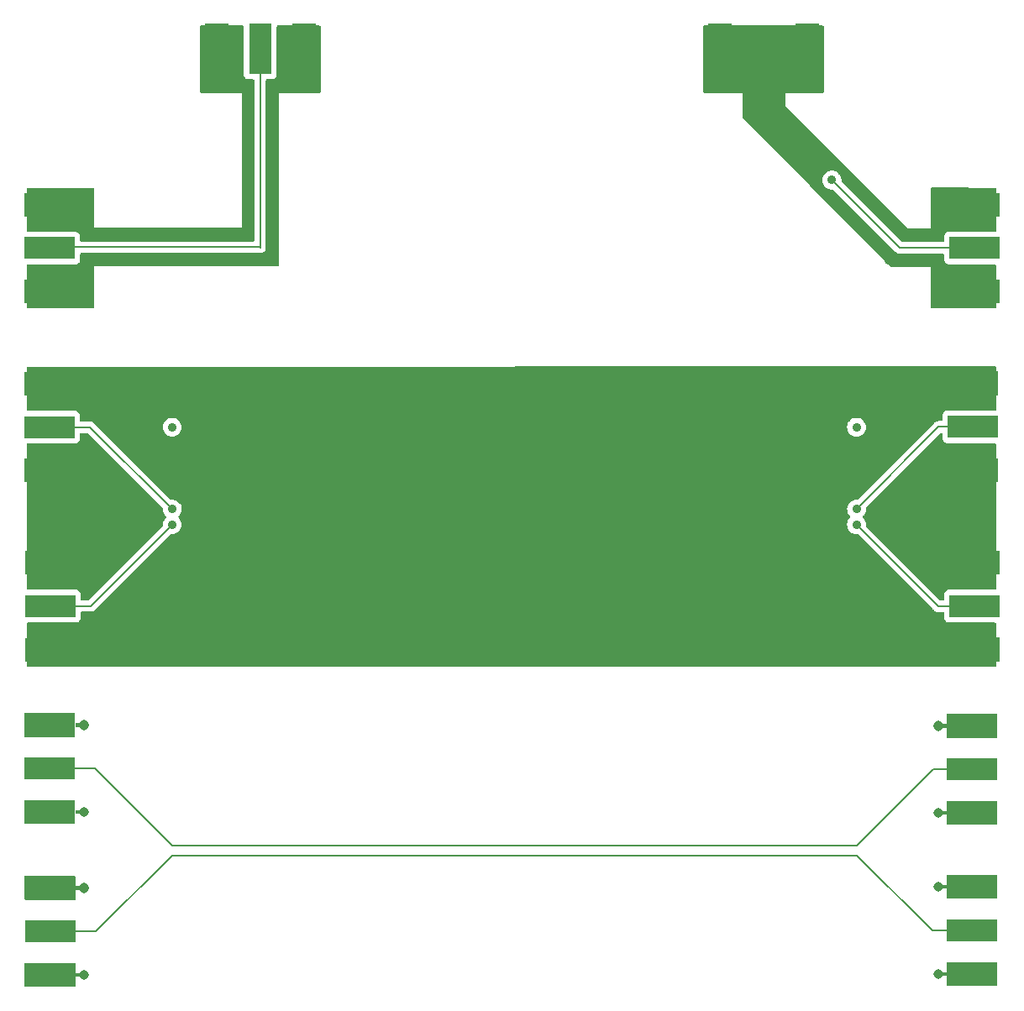
<source format=gtl>
G04 #@! TF.GenerationSoftware,KiCad,Pcbnew,(6.0.1)*
G04 #@! TF.CreationDate,2022-06-06T21:41:38+02:00*
G04 #@! TF.ProjectId,rf_test_board,72665f74-6573-4745-9f62-6f6172642e6b,rev?*
G04 #@! TF.SameCoordinates,Original*
G04 #@! TF.FileFunction,Copper,L1,Top*
G04 #@! TF.FilePolarity,Positive*
%FSLAX46Y46*%
G04 Gerber Fmt 4.6, Leading zero omitted, Abs format (unit mm)*
G04 Created by KiCad (PCBNEW (6.0.1)) date 2022-06-06 21:41:38*
%MOMM*%
%LPD*%
G01*
G04 APERTURE LIST*
G04 #@! TA.AperFunction,NonConductor*
%ADD10C,0.000100*%
G04 #@! TD*
G04 #@! TA.AperFunction,ComponentPad*
%ADD11C,0.970000*%
G04 #@! TD*
G04 #@! TA.AperFunction,SMDPad,CuDef*
%ADD12R,5.080000X2.420000*%
G04 #@! TD*
G04 #@! TA.AperFunction,SMDPad,CuDef*
%ADD13R,0.950000X0.460000*%
G04 #@! TD*
G04 #@! TA.AperFunction,SMDPad,CuDef*
%ADD14R,5.080000X2.290000*%
G04 #@! TD*
G04 #@! TA.AperFunction,SMDPad,CuDef*
%ADD15R,2.290000X5.080000*%
G04 #@! TD*
G04 #@! TA.AperFunction,SMDPad,CuDef*
%ADD16R,2.420000X5.080000*%
G04 #@! TD*
G04 #@! TA.AperFunction,SMDPad,CuDef*
%ADD17R,0.460000X0.950000*%
G04 #@! TD*
G04 #@! TA.AperFunction,ViaPad*
%ADD18C,0.880000*%
G04 #@! TD*
G04 #@! TA.AperFunction,Conductor*
%ADD19C,0.140000*%
G04 #@! TD*
G04 #@! TA.AperFunction,Conductor*
%ADD20C,0.143000*%
G04 #@! TD*
G04 #@! TA.AperFunction,Conductor*
%ADD21C,0.150000*%
G04 #@! TD*
G04 #@! TA.AperFunction,Conductor*
%ADD22C,0.200000*%
G04 #@! TD*
G04 #@! TA.AperFunction,Conductor*
%ADD23C,0.250000*%
G04 #@! TD*
G04 APERTURE END LIST*
D10*
X78353004Y-87677604D02*
X78214004Y-87677604D01*
X78214004Y-87677604D02*
X78214004Y-87538604D01*
X78214004Y-87538604D02*
X78353004Y-87538604D01*
X78353004Y-87538604D02*
X78353004Y-87677604D01*
G36*
X78353004Y-87677604D02*
G01*
X78214004Y-87677604D01*
X78214004Y-87538604D01*
X78353004Y-87538604D01*
X78353004Y-87677604D01*
G37*
D11*
X60569000Y-128181000D03*
D12*
X57129000Y-119421000D03*
D11*
X60569000Y-119421000D03*
D13*
X60119000Y-119421000D03*
X60119000Y-128181000D03*
D12*
X57129000Y-128181000D03*
D14*
X57129000Y-123801000D03*
D11*
X146857300Y-128154200D03*
D12*
X150297300Y-119394200D03*
X150297300Y-128154200D03*
D13*
X147307300Y-128154200D03*
X147307300Y-119394200D03*
D11*
X146857300Y-119394200D03*
X60533700Y-144549900D03*
D12*
X57093700Y-144549900D03*
D13*
X60083700Y-144549900D03*
D12*
X57093700Y-135789900D03*
D13*
X60083700Y-135789900D03*
D11*
X60533700Y-135789900D03*
D14*
X150304850Y-123799600D03*
D11*
X146864850Y-119419600D03*
D13*
X147314850Y-128179600D03*
D11*
X146864850Y-128179600D03*
D12*
X150304850Y-119419600D03*
X150304850Y-128179600D03*
D13*
X147314850Y-119419600D03*
D14*
X57097000Y-87694000D03*
D11*
X60537000Y-92074000D03*
D12*
X57097000Y-92074000D03*
D13*
X60087000Y-92074000D03*
X60087000Y-83314000D03*
D12*
X57097000Y-83314000D03*
D11*
X60537000Y-83314000D03*
D13*
X147124350Y-101341150D03*
X147124350Y-110101150D03*
D12*
X150114350Y-101341150D03*
D11*
X146674350Y-101341150D03*
D12*
X150114350Y-110101150D03*
D11*
X146674350Y-110101150D03*
D14*
X150063200Y-140273000D03*
D12*
X150063200Y-144653000D03*
X150063200Y-135893000D03*
D13*
X147073200Y-144653000D03*
X147073200Y-135893000D03*
D11*
X146623200Y-135893000D03*
X146623200Y-144653000D03*
D13*
X60082000Y-92075000D03*
D12*
X57092000Y-92075000D03*
X57092000Y-83315000D03*
D13*
X60082000Y-83315000D03*
D11*
X60532000Y-92075000D03*
X60532000Y-83315000D03*
D14*
X57087000Y-140196800D03*
D12*
X57087000Y-135816800D03*
D13*
X60077000Y-144576800D03*
D11*
X60527000Y-135816800D03*
D12*
X57087000Y-144576800D03*
D13*
X60077000Y-135816800D03*
D11*
X60527000Y-144576800D03*
X60507450Y-110132900D03*
D12*
X57067450Y-110132900D03*
D13*
X60057450Y-110132900D03*
D11*
X60507450Y-101372900D03*
D12*
X57067450Y-101372900D03*
D13*
X60057450Y-101372900D03*
D14*
X150114350Y-105714800D03*
D12*
X150114350Y-110094800D03*
X150114350Y-101334800D03*
D11*
X146674350Y-110094800D03*
D13*
X147124350Y-110094800D03*
D11*
X146674350Y-101334800D03*
D13*
X147124350Y-101334800D03*
D11*
X146628700Y-144638800D03*
D12*
X150068700Y-135878800D03*
D13*
X147078700Y-135878800D03*
D12*
X150068700Y-144638800D03*
D11*
X146628700Y-135878800D03*
D13*
X147078700Y-144638800D03*
D14*
X57073450Y-105752900D03*
D11*
X60513450Y-110132900D03*
D12*
X57073450Y-101372900D03*
X57073450Y-110132900D03*
D13*
X60063450Y-101372900D03*
X60063450Y-110132900D03*
D11*
X60513450Y-101372900D03*
D12*
X150069900Y-160882100D03*
D13*
X147079900Y-160882100D03*
D11*
X146629900Y-160882100D03*
D13*
X147079900Y-152122100D03*
D12*
X150069900Y-152122100D03*
D11*
X146629900Y-152122100D03*
D15*
X78305000Y-67624000D03*
D11*
X82685000Y-71064000D03*
D16*
X82685000Y-67624000D03*
X73925000Y-67624000D03*
D17*
X82685000Y-70614000D03*
D11*
X73925000Y-71064000D03*
D17*
X73925000Y-70614000D03*
D14*
X150275000Y-87682000D03*
D12*
X150275000Y-83302000D03*
D13*
X147285000Y-92062000D03*
D11*
X146835000Y-92062000D03*
X146835000Y-83302000D03*
D13*
X147285000Y-83302000D03*
D12*
X150275000Y-92062000D03*
D14*
X57112400Y-156605200D03*
D12*
X57112400Y-160985200D03*
D11*
X60552400Y-160985200D03*
D13*
X60102400Y-152225200D03*
X60102400Y-160985200D03*
D11*
X60552400Y-152225200D03*
D12*
X57112400Y-152225200D03*
D11*
X124638000Y-71075000D03*
D16*
X133398000Y-67635000D03*
D11*
X133398000Y-71075000D03*
D17*
X124638000Y-70625000D03*
D16*
X124638000Y-67635000D03*
D17*
X133398000Y-70625000D03*
D12*
X150274000Y-92074000D03*
D11*
X146834000Y-92074000D03*
D13*
X147284000Y-92074000D03*
D11*
X146834000Y-83314000D03*
D12*
X150274000Y-83314000D03*
D13*
X147284000Y-83314000D03*
D14*
X150063200Y-156503600D03*
D11*
X146623200Y-160883600D03*
D13*
X147073200Y-160883600D03*
D12*
X150063200Y-160883600D03*
D11*
X146623200Y-152123600D03*
D12*
X150063200Y-152123600D03*
D13*
X147073200Y-152123600D03*
D11*
X60570600Y-119420000D03*
D13*
X60120600Y-119420000D03*
D12*
X57130600Y-128180000D03*
D13*
X60120600Y-128180000D03*
D12*
X57130600Y-119420000D03*
D11*
X60570600Y-128180000D03*
X60532850Y-160964650D03*
D12*
X57092850Y-152204650D03*
D13*
X60082850Y-152204650D03*
D11*
X60532850Y-152204650D03*
D12*
X57092850Y-160964650D03*
D13*
X60082850Y-160964650D03*
D18*
X141649000Y-88903000D03*
X143256000Y-88900000D03*
X144780000Y-88900000D03*
X146304000Y-88900000D03*
X139700000Y-86360000D03*
X138684000Y-85344000D03*
X137668000Y-84328000D03*
X136652000Y-83312000D03*
X135636000Y-82296000D03*
X134620000Y-81280000D03*
X133604000Y-80264000D03*
X132588000Y-79248000D03*
X131572000Y-78232000D03*
X130556000Y-77216000D03*
X129540000Y-76200000D03*
X128524000Y-75184000D03*
X127508000Y-74168000D03*
X146304000Y-86360000D03*
X144780000Y-86360000D03*
X143256000Y-86360000D03*
X142240000Y-85344000D03*
X141224000Y-84328000D03*
X140208000Y-83312000D03*
X139192000Y-82296000D03*
X138176000Y-81280000D03*
X137160000Y-80264000D03*
X136144000Y-79248000D03*
X135128000Y-78232000D03*
X134112000Y-77216000D03*
X133096000Y-76200000D03*
X132080000Y-75184000D03*
X131064000Y-74168000D03*
X130556000Y-72644000D03*
X127508000Y-72644000D03*
X135925000Y-80845000D03*
X75905004Y-86233604D03*
X70825004Y-86233604D03*
X68285004Y-86233604D03*
X63205004Y-86233604D03*
X60665004Y-86233604D03*
X73365004Y-86233604D03*
X65745004Y-86233604D03*
X77041004Y-85010604D03*
X77041004Y-79930604D03*
X77041004Y-77390604D03*
X77041004Y-72310604D03*
X77041004Y-82470604D03*
X77041004Y-74850604D03*
X79574004Y-72307604D03*
X79574004Y-85007604D03*
X79574004Y-79927604D03*
X79574004Y-82467604D03*
X79574004Y-74847604D03*
X79574004Y-77387604D03*
X63174004Y-88886604D03*
X70794004Y-88886604D03*
X75874004Y-88886604D03*
X60634004Y-88886604D03*
X68254004Y-88886604D03*
X73334004Y-88886604D03*
X65714004Y-88886604D03*
X78414004Y-88886604D03*
X68580000Y-101600000D03*
X71120000Y-101600000D03*
X73660000Y-101600000D03*
X76200000Y-101600000D03*
X78740000Y-101600000D03*
X81280000Y-101600000D03*
X83820000Y-101600000D03*
X86360000Y-101600000D03*
X88900000Y-101600000D03*
X91440000Y-101600000D03*
X93980000Y-101600000D03*
X99060000Y-101600000D03*
X96520000Y-101600000D03*
X101600000Y-101600000D03*
X104140000Y-101600000D03*
X106680000Y-101600000D03*
X109220000Y-101600000D03*
X111760000Y-101600000D03*
X114300000Y-101600000D03*
X116840000Y-101600000D03*
X119380000Y-101600000D03*
X121920000Y-101600000D03*
X124460000Y-101600000D03*
X127000000Y-101600000D03*
X139700000Y-101600000D03*
X129540000Y-101600000D03*
X132080000Y-101600000D03*
X134620000Y-101600000D03*
X137160000Y-101600000D03*
X137160000Y-109220000D03*
X134620000Y-109220000D03*
X132080000Y-109220000D03*
X129540000Y-109220000D03*
X127000000Y-109220000D03*
X124460000Y-109220000D03*
X121920000Y-109220000D03*
X119380000Y-109220000D03*
X116840000Y-109220000D03*
X114300000Y-109220000D03*
X111760000Y-109220000D03*
X109220000Y-109220000D03*
X106680000Y-109220000D03*
X104140000Y-109220000D03*
X101600000Y-109220000D03*
X96520000Y-109220000D03*
X99060000Y-109220000D03*
X91440000Y-109220000D03*
X93980000Y-109220000D03*
X88900000Y-109220000D03*
X86360000Y-109220000D03*
X83820000Y-109220000D03*
X81280000Y-109220000D03*
X78740000Y-109220000D03*
X76200000Y-109220000D03*
X73660000Y-109220000D03*
X71120000Y-109220000D03*
X60960000Y-125730000D03*
X63500000Y-125730000D03*
X66040000Y-125730000D03*
X144780000Y-125730000D03*
X142240000Y-125730000D03*
X139700000Y-125730000D03*
X137160000Y-125730000D03*
X134620000Y-125730000D03*
X132080000Y-125730000D03*
X129540000Y-125730000D03*
X127000000Y-125730000D03*
X124460000Y-125730000D03*
X121920000Y-125730000D03*
X119380000Y-125730000D03*
X116840000Y-125730000D03*
X114300000Y-125730000D03*
X111760000Y-125730000D03*
X109220000Y-125730000D03*
X106680000Y-125730000D03*
X104140000Y-125730000D03*
X101600000Y-125730000D03*
X99060000Y-125730000D03*
X96520000Y-125730000D03*
X93980000Y-125730000D03*
X91440000Y-125730000D03*
X88900000Y-125730000D03*
X86360000Y-125730000D03*
X83820000Y-125730000D03*
X81280000Y-125730000D03*
X78740000Y-125730000D03*
X76200000Y-125730000D03*
X73660000Y-125730000D03*
X71120000Y-125730000D03*
X68580000Y-125730000D03*
X68580000Y-121920000D03*
X139700000Y-121920000D03*
X137160000Y-121920000D03*
X134620000Y-121920000D03*
X132080000Y-121920000D03*
X129540000Y-121920000D03*
X127000000Y-121920000D03*
X121920000Y-121920000D03*
X124460000Y-121920000D03*
X119380000Y-121920000D03*
X116840000Y-121920000D03*
X111760000Y-121920000D03*
X114300000Y-121920000D03*
X109220000Y-121920000D03*
X104140000Y-121920000D03*
X106680000Y-121920000D03*
X101600000Y-121920000D03*
X96520000Y-121920000D03*
X99060000Y-121920000D03*
X93980000Y-121920000D03*
X91440000Y-121920000D03*
X88900000Y-121920000D03*
X86360000Y-121920000D03*
X83820000Y-121920000D03*
X81280000Y-121920000D03*
X78740000Y-121920000D03*
X76200000Y-121920000D03*
X73660000Y-121920000D03*
X71120000Y-121920000D03*
X64102400Y-117920450D03*
X66236000Y-115844000D03*
X65220000Y-116860000D03*
X66030450Y-113487600D03*
X63954000Y-111354000D03*
X64970000Y-112370000D03*
X143500450Y-118497600D03*
X141424000Y-116364000D03*
X142440000Y-117380000D03*
X141382400Y-113040450D03*
X143516000Y-110964000D03*
X142500000Y-111980000D03*
X138400000Y-105760000D03*
X69430000Y-105760000D03*
X139147550Y-118770400D03*
X140208000Y-119888000D03*
X141224000Y-120904000D03*
X139090400Y-110788450D03*
X140208000Y-109728000D03*
X141224000Y-108712000D03*
X66700400Y-120440450D03*
X67818000Y-119380000D03*
X68834000Y-118364000D03*
X67818000Y-109728000D03*
X66757550Y-108610400D03*
X68834000Y-110744000D03*
X69430900Y-115589050D03*
X69437250Y-114033300D03*
X138404600Y-114020600D03*
X138398250Y-115576350D03*
D19*
X142762000Y-87682000D02*
X150275000Y-87682000D01*
X135925000Y-80845000D02*
X142762000Y-87682000D01*
X54871004Y-87607604D02*
X78271004Y-87607604D01*
X78284004Y-70785604D02*
X78284004Y-66244604D01*
X78284004Y-87594604D02*
X78284004Y-70796604D01*
X57073450Y-105752900D02*
X61156850Y-105752900D01*
D20*
X61156850Y-105752900D02*
X69437250Y-114033300D01*
D19*
X61239400Y-123780550D02*
X69430900Y-115589050D01*
X57124250Y-123780550D02*
X61239400Y-123780550D01*
D21*
X69437250Y-114033300D02*
X69437250Y-114001550D01*
D20*
X146678650Y-105714800D02*
X150114350Y-105714800D01*
D19*
X138404600Y-113988850D02*
X146678650Y-105714800D01*
D20*
X146621500Y-123799600D02*
X150304850Y-123799600D01*
D19*
X138398250Y-115576350D02*
X146621500Y-123799600D01*
D22*
X150114350Y-105714800D02*
X147681950Y-105714800D01*
X150031450Y-140468700D02*
X150024750Y-140462000D01*
X150031450Y-140473900D02*
X150031450Y-140468700D01*
D23*
X151104600Y-136934400D02*
X150063200Y-135893000D01*
D20*
X61678400Y-140196800D02*
X57087000Y-140196800D01*
X146142337Y-140273000D02*
X138463537Y-147951800D01*
X138463537Y-147951800D02*
X69433400Y-147951800D01*
X150063200Y-140273000D02*
X146142337Y-140273000D01*
X69433400Y-147951800D02*
X61678400Y-140196800D01*
X146015337Y-156503600D02*
X150063200Y-156503600D01*
X57112400Y-156605200D02*
X61754600Y-156605200D01*
X146602450Y-156502100D02*
X150079750Y-156502100D01*
X69408000Y-148951800D02*
X138463537Y-148951800D01*
X138463537Y-148951800D02*
X146015337Y-156503600D01*
X61754600Y-156605200D02*
X69408000Y-148951800D01*
G04 #@! TA.AperFunction,Conductor*
G36*
X152418267Y-99640292D02*
G01*
X152464787Y-99693924D01*
X152476200Y-99746324D01*
X152476200Y-103935300D01*
X152456198Y-104003421D01*
X152402542Y-104049914D01*
X152350200Y-104061300D01*
X147526216Y-104061300D01*
X147464034Y-104068055D01*
X147327645Y-104119185D01*
X147211089Y-104206539D01*
X147123735Y-104323095D01*
X147072605Y-104459484D01*
X147065850Y-104521666D01*
X147065850Y-105008800D01*
X147045848Y-105076921D01*
X146992192Y-105123414D01*
X146939850Y-105134800D01*
X146713433Y-105134800D01*
X146696987Y-105133722D01*
X146686839Y-105132386D01*
X146686838Y-105132386D01*
X146678650Y-105131308D01*
X146670462Y-105132386D01*
X146670461Y-105132386D01*
X146660313Y-105133722D01*
X146648871Y-105134472D01*
X146648875Y-105134530D01*
X146644756Y-105134800D01*
X146640634Y-105134800D01*
X146527240Y-105149729D01*
X146386148Y-105208171D01*
X146264989Y-105301139D01*
X146259966Y-105307685D01*
X146239675Y-105334129D01*
X146228807Y-105346520D01*
X138541109Y-113034219D01*
X138478797Y-113068245D01*
X138438844Y-113070434D01*
X138411254Y-113067534D01*
X138334436Y-113074525D01*
X138232148Y-113083834D01*
X138232145Y-113083835D01*
X138226009Y-113084393D01*
X138220103Y-113086131D01*
X138220099Y-113086132D01*
X138087607Y-113125127D01*
X138047567Y-113136911D01*
X137882724Y-113223089D01*
X137737759Y-113339644D01*
X137618193Y-113482136D01*
X137615230Y-113487525D01*
X137615227Y-113487530D01*
X137540724Y-113623052D01*
X137528582Y-113645138D01*
X137526721Y-113651005D01*
X137526720Y-113651007D01*
X137518790Y-113676006D01*
X137472338Y-113822442D01*
X137451604Y-114007293D01*
X137467169Y-114192651D01*
X137518440Y-114371455D01*
X137521258Y-114376937D01*
X137521259Y-114376941D01*
X137600645Y-114531410D01*
X137600648Y-114531414D01*
X137603465Y-114536896D01*
X137719005Y-114682671D01*
X137723699Y-114686666D01*
X137723702Y-114686669D01*
X137737571Y-114698473D01*
X137776483Y-114757857D01*
X137777112Y-114828851D01*
X137739313Y-114885898D01*
X137740612Y-114887224D01*
X137736215Y-114891530D01*
X137731409Y-114895394D01*
X137611843Y-115037886D01*
X137608880Y-115043275D01*
X137608877Y-115043280D01*
X137534374Y-115178802D01*
X137522232Y-115200888D01*
X137520371Y-115206755D01*
X137520370Y-115206757D01*
X137512440Y-115231756D01*
X137465988Y-115378192D01*
X137445254Y-115563043D01*
X137447438Y-115589050D01*
X137457800Y-115712445D01*
X137460819Y-115748401D01*
X137512090Y-115927205D01*
X137514908Y-115932687D01*
X137514909Y-115932691D01*
X137594295Y-116087160D01*
X137594298Y-116087164D01*
X137597115Y-116092646D01*
X137712655Y-116238421D01*
X137854309Y-116358978D01*
X137859687Y-116361984D01*
X137859689Y-116361985D01*
X137962149Y-116419247D01*
X138016682Y-116449725D01*
X138022541Y-116451629D01*
X138022544Y-116451630D01*
X138078956Y-116469959D01*
X138193588Y-116507206D01*
X138199698Y-116507935D01*
X138199700Y-116507935D01*
X138285578Y-116518175D01*
X138378290Y-116529230D01*
X138384424Y-116528758D01*
X138384426Y-116528758D01*
X138406195Y-116527083D01*
X138464172Y-116522621D01*
X138533625Y-116537338D01*
X138562933Y-116559155D01*
X146171657Y-124167880D01*
X146182525Y-124180271D01*
X146192401Y-124193141D01*
X146207839Y-124213261D01*
X146328998Y-124306229D01*
X146470090Y-124364671D01*
X146583484Y-124379600D01*
X146587606Y-124379600D01*
X146591725Y-124379870D01*
X146591721Y-124379928D01*
X146603163Y-124380678D01*
X146613311Y-124382014D01*
X146613312Y-124382014D01*
X146621500Y-124383092D01*
X146629688Y-124382014D01*
X146629689Y-124382014D01*
X146639837Y-124380678D01*
X146656283Y-124379600D01*
X147130350Y-124379600D01*
X147198471Y-124399602D01*
X147244964Y-124453258D01*
X147256350Y-124505600D01*
X147256350Y-124992734D01*
X147263105Y-125054916D01*
X147314235Y-125191305D01*
X147401589Y-125307861D01*
X147518145Y-125395215D01*
X147654534Y-125446345D01*
X147716716Y-125453100D01*
X152350200Y-125453100D01*
X152418321Y-125473102D01*
X152464814Y-125526758D01*
X152476200Y-125579100D01*
X152476200Y-129764000D01*
X152456198Y-129832121D01*
X152402542Y-129878614D01*
X152350200Y-129890000D01*
X54863000Y-129890000D01*
X54794879Y-129869998D01*
X54748386Y-129816342D01*
X54737000Y-129764000D01*
X54737000Y-125580500D01*
X54757002Y-125512379D01*
X54810658Y-125465886D01*
X54863000Y-125454500D01*
X59717134Y-125454500D01*
X59779316Y-125447745D01*
X59915705Y-125396615D01*
X60032261Y-125309261D01*
X60119615Y-125192705D01*
X60170745Y-125056316D01*
X60177500Y-124994134D01*
X60177500Y-124485050D01*
X60197502Y-124416929D01*
X60251158Y-124370436D01*
X60303500Y-124359050D01*
X61193224Y-124359050D01*
X61209670Y-124360128D01*
X61239400Y-124364042D01*
X61247588Y-124362964D01*
X61277318Y-124359050D01*
X61382231Y-124345238D01*
X61390419Y-124344160D01*
X61531146Y-124285869D01*
X61591569Y-124239505D01*
X61645438Y-124198170D01*
X61645441Y-124198167D01*
X61651991Y-124193141D01*
X61661867Y-124180271D01*
X61670251Y-124169344D01*
X61681119Y-124156953D01*
X69265109Y-116572963D01*
X69327421Y-116538937D01*
X69369121Y-116536944D01*
X69404826Y-116541201D01*
X69410940Y-116541930D01*
X69417075Y-116541458D01*
X69417077Y-116541458D01*
X69590259Y-116528132D01*
X69590262Y-116528131D01*
X69596402Y-116527659D01*
X69602337Y-116526002D01*
X69769629Y-116479294D01*
X69769630Y-116479294D01*
X69775560Y-116477638D01*
X69781058Y-116474861D01*
X69936090Y-116396549D01*
X69936092Y-116396548D01*
X69941591Y-116393770D01*
X70088169Y-116279250D01*
X70092195Y-116274586D01*
X70092198Y-116274583D01*
X70205683Y-116143109D01*
X70205684Y-116143107D01*
X70209712Y-116138441D01*
X70301590Y-115976706D01*
X70360304Y-115800205D01*
X70383617Y-115615662D01*
X70383989Y-115589050D01*
X70365838Y-115403927D01*
X70312075Y-115225856D01*
X70224748Y-115061619D01*
X70107184Y-114917471D01*
X70102442Y-114913548D01*
X70102440Y-114913546D01*
X70100290Y-114911767D01*
X70099474Y-114910558D01*
X70098093Y-114909168D01*
X70098357Y-114908906D01*
X70060552Y-114852933D01*
X70058929Y-114781955D01*
X70092946Y-114724729D01*
X70094519Y-114723500D01*
X70098546Y-114718835D01*
X70212033Y-114587359D01*
X70212034Y-114587357D01*
X70216062Y-114582691D01*
X70226322Y-114564631D01*
X70304893Y-114426319D01*
X70307940Y-114420956D01*
X70366654Y-114244455D01*
X70389967Y-114059912D01*
X70390339Y-114033300D01*
X70372188Y-113848177D01*
X70318425Y-113670106D01*
X70231098Y-113505869D01*
X70187255Y-113452112D01*
X70117429Y-113366496D01*
X70117426Y-113366493D01*
X70113534Y-113361721D01*
X69970211Y-113243153D01*
X69806587Y-113154682D01*
X69717741Y-113127180D01*
X69634782Y-113101500D01*
X69634779Y-113101499D01*
X69628895Y-113099678D01*
X69622770Y-113099034D01*
X69622769Y-113099034D01*
X69450032Y-113080878D01*
X69450031Y-113080878D01*
X69443904Y-113080234D01*
X69427853Y-113081695D01*
X69374841Y-113086519D01*
X69305188Y-113072774D01*
X69274327Y-113050133D01*
X61970887Y-105746693D01*
X68477004Y-105746693D01*
X68492569Y-105932051D01*
X68543840Y-106110855D01*
X68546658Y-106116337D01*
X68546659Y-106116341D01*
X68626045Y-106270810D01*
X68626048Y-106270814D01*
X68628865Y-106276296D01*
X68744405Y-106422071D01*
X68886059Y-106542628D01*
X68891437Y-106545634D01*
X68891439Y-106545635D01*
X68993899Y-106602897D01*
X69048432Y-106633375D01*
X69054291Y-106635279D01*
X69054294Y-106635280D01*
X69095252Y-106648588D01*
X69225338Y-106690856D01*
X69231448Y-106691585D01*
X69231450Y-106691585D01*
X69294324Y-106699082D01*
X69410040Y-106712880D01*
X69416175Y-106712408D01*
X69416177Y-106712408D01*
X69589359Y-106699082D01*
X69589362Y-106699081D01*
X69595502Y-106698609D01*
X69623271Y-106690856D01*
X69768729Y-106650244D01*
X69768730Y-106650244D01*
X69774660Y-106648588D01*
X69780158Y-106645811D01*
X69935190Y-106567499D01*
X69935192Y-106567498D01*
X69940691Y-106564720D01*
X70087269Y-106450200D01*
X70091295Y-106445536D01*
X70091298Y-106445533D01*
X70204783Y-106314059D01*
X70204784Y-106314057D01*
X70208812Y-106309391D01*
X70300690Y-106147656D01*
X70359404Y-105971155D01*
X70382717Y-105786612D01*
X70383089Y-105760000D01*
X70381784Y-105746693D01*
X137447004Y-105746693D01*
X137462569Y-105932051D01*
X137513840Y-106110855D01*
X137516658Y-106116337D01*
X137516659Y-106116341D01*
X137596045Y-106270810D01*
X137596048Y-106270814D01*
X137598865Y-106276296D01*
X137714405Y-106422071D01*
X137856059Y-106542628D01*
X137861437Y-106545634D01*
X137861439Y-106545635D01*
X137963899Y-106602897D01*
X138018432Y-106633375D01*
X138024291Y-106635279D01*
X138024294Y-106635280D01*
X138065252Y-106648588D01*
X138195338Y-106690856D01*
X138201448Y-106691585D01*
X138201450Y-106691585D01*
X138264324Y-106699082D01*
X138380040Y-106712880D01*
X138386175Y-106712408D01*
X138386177Y-106712408D01*
X138559359Y-106699082D01*
X138559362Y-106699081D01*
X138565502Y-106698609D01*
X138593271Y-106690856D01*
X138738729Y-106650244D01*
X138738730Y-106650244D01*
X138744660Y-106648588D01*
X138750158Y-106645811D01*
X138905190Y-106567499D01*
X138905192Y-106567498D01*
X138910691Y-106564720D01*
X139057269Y-106450200D01*
X139061295Y-106445536D01*
X139061298Y-106445533D01*
X139174783Y-106314059D01*
X139174784Y-106314057D01*
X139178812Y-106309391D01*
X139270690Y-106147656D01*
X139329404Y-105971155D01*
X139352717Y-105786612D01*
X139353089Y-105760000D01*
X139334938Y-105574877D01*
X139281175Y-105396806D01*
X139254437Y-105346520D01*
X139196744Y-105238015D01*
X139196743Y-105238013D01*
X139193848Y-105232569D01*
X139145527Y-105173322D01*
X139080179Y-105093196D01*
X139080176Y-105093193D01*
X139076284Y-105088421D01*
X139070654Y-105083763D01*
X138937710Y-104973782D01*
X138932961Y-104969853D01*
X138769337Y-104881382D01*
X138680491Y-104853880D01*
X138597532Y-104828200D01*
X138597529Y-104828199D01*
X138591645Y-104826378D01*
X138585520Y-104825734D01*
X138585519Y-104825734D01*
X138412782Y-104807578D01*
X138412781Y-104807578D01*
X138406654Y-104806934D01*
X138329836Y-104813925D01*
X138227548Y-104823234D01*
X138227545Y-104823235D01*
X138221409Y-104823793D01*
X138215503Y-104825531D01*
X138215499Y-104825532D01*
X138083007Y-104864527D01*
X138042967Y-104876311D01*
X137878124Y-104962489D01*
X137733159Y-105079044D01*
X137729200Y-105083762D01*
X137729199Y-105083763D01*
X137657699Y-105168973D01*
X137613593Y-105221536D01*
X137610630Y-105226925D01*
X137610627Y-105226930D01*
X137536630Y-105361532D01*
X137523982Y-105384538D01*
X137467738Y-105561842D01*
X137447004Y-105746693D01*
X70381784Y-105746693D01*
X70364938Y-105574877D01*
X70311175Y-105396806D01*
X70284437Y-105346520D01*
X70226744Y-105238015D01*
X70226743Y-105238013D01*
X70223848Y-105232569D01*
X70175527Y-105173322D01*
X70110179Y-105093196D01*
X70110176Y-105093193D01*
X70106284Y-105088421D01*
X70100654Y-105083763D01*
X69967710Y-104973782D01*
X69962961Y-104969853D01*
X69799337Y-104881382D01*
X69710491Y-104853880D01*
X69627532Y-104828200D01*
X69627529Y-104828199D01*
X69621645Y-104826378D01*
X69615520Y-104825734D01*
X69615519Y-104825734D01*
X69442782Y-104807578D01*
X69442781Y-104807578D01*
X69436654Y-104806934D01*
X69359836Y-104813925D01*
X69257548Y-104823234D01*
X69257545Y-104823235D01*
X69251409Y-104823793D01*
X69245503Y-104825531D01*
X69245499Y-104825532D01*
X69113007Y-104864527D01*
X69072967Y-104876311D01*
X68908124Y-104962489D01*
X68763159Y-105079044D01*
X68759200Y-105083762D01*
X68759199Y-105083763D01*
X68687699Y-105168973D01*
X68643593Y-105221536D01*
X68640630Y-105226925D01*
X68640627Y-105226930D01*
X68566630Y-105361532D01*
X68553982Y-105384538D01*
X68497738Y-105561842D01*
X68477004Y-105746693D01*
X61970887Y-105746693D01*
X61591567Y-105367373D01*
X61580700Y-105354982D01*
X61574467Y-105346859D01*
X61569441Y-105340309D01*
X61554768Y-105329050D01*
X61546141Y-105321484D01*
X61546102Y-105321529D01*
X61543019Y-105318825D01*
X61540091Y-105315897D01*
X61449352Y-105246271D01*
X61308261Y-105187829D01*
X61156850Y-105167895D01*
X61148662Y-105168973D01*
X61148661Y-105168973D01*
X61115626Y-105173322D01*
X61099180Y-105174400D01*
X60247950Y-105174400D01*
X60179829Y-105154398D01*
X60133336Y-105100742D01*
X60121950Y-105048400D01*
X60121950Y-104559766D01*
X60115195Y-104497584D01*
X60064065Y-104361195D01*
X59976711Y-104244639D01*
X59860155Y-104157285D01*
X59723766Y-104106155D01*
X59661584Y-104099400D01*
X54863000Y-104099400D01*
X54794879Y-104079398D01*
X54748386Y-104025742D01*
X54737000Y-103973400D01*
X54737000Y-99795679D01*
X54757002Y-99727558D01*
X54810658Y-99681065D01*
X54862933Y-99669680D01*
X152350136Y-99620324D01*
X152418267Y-99640292D01*
G37*
G04 #@! TD.AperFunction*
G04 #@! TA.AperFunction,Conductor*
G36*
X146983882Y-106331857D02*
G01*
X147040718Y-106374404D01*
X147065529Y-106440924D01*
X147065850Y-106449913D01*
X147065850Y-106907934D01*
X147072605Y-106970116D01*
X147123735Y-107106505D01*
X147211089Y-107223061D01*
X147327645Y-107310415D01*
X147464034Y-107361545D01*
X147526216Y-107368300D01*
X152350200Y-107368300D01*
X152418321Y-107388302D01*
X152464814Y-107441958D01*
X152476200Y-107494300D01*
X152476200Y-122020100D01*
X152456198Y-122088221D01*
X152402542Y-122134714D01*
X152350200Y-122146100D01*
X147716716Y-122146100D01*
X147654534Y-122152855D01*
X147518145Y-122203985D01*
X147401589Y-122291339D01*
X147314235Y-122407895D01*
X147263105Y-122544284D01*
X147256350Y-122606466D01*
X147256350Y-123093600D01*
X147236348Y-123161721D01*
X147182692Y-123208214D01*
X147130350Y-123219600D01*
X146911813Y-123219600D01*
X146843692Y-123199598D01*
X146822718Y-123182695D01*
X139382504Y-115742482D01*
X139348478Y-115680170D01*
X139346592Y-115637596D01*
X139350527Y-115606444D01*
X139350967Y-115602962D01*
X139351112Y-115592572D01*
X139351290Y-115579872D01*
X139351290Y-115579868D01*
X139351339Y-115576350D01*
X139333188Y-115391227D01*
X139279425Y-115213156D01*
X139270033Y-115195493D01*
X139194994Y-115054365D01*
X139194993Y-115054363D01*
X139192098Y-115048919D01*
X139074534Y-114904771D01*
X139069792Y-114900848D01*
X139069790Y-114900846D01*
X139067640Y-114899067D01*
X139066824Y-114897858D01*
X139065443Y-114896468D01*
X139065707Y-114896206D01*
X139027902Y-114840233D01*
X139026279Y-114769255D01*
X139060296Y-114712029D01*
X139061869Y-114710800D01*
X139071736Y-114699369D01*
X139179383Y-114574659D01*
X139179384Y-114574657D01*
X139183412Y-114569991D01*
X139275290Y-114408256D01*
X139334004Y-114231755D01*
X139357317Y-114047212D01*
X139357514Y-114033096D01*
X139357640Y-114024122D01*
X139357640Y-114024118D01*
X139357689Y-114020600D01*
X139352117Y-113963775D01*
X139348614Y-113928044D01*
X139361874Y-113858297D01*
X139384918Y-113826654D01*
X146850755Y-106360818D01*
X146913067Y-106326792D01*
X146983882Y-106331857D01*
G37*
G04 #@! TD.AperFunction*
G04 #@! TA.AperFunction,Conductor*
G36*
X60931037Y-106351402D02*
G01*
X60952011Y-106368305D01*
X68453421Y-113869715D01*
X68487447Y-113932027D01*
X68489541Y-113972854D01*
X68484254Y-114019993D01*
X68484770Y-114026137D01*
X68498753Y-114192651D01*
X68499819Y-114205351D01*
X68551090Y-114384155D01*
X68553908Y-114389637D01*
X68553909Y-114389641D01*
X68633295Y-114544110D01*
X68633298Y-114544114D01*
X68636115Y-114549596D01*
X68751655Y-114695371D01*
X68756349Y-114699366D01*
X68756352Y-114699369D01*
X68770221Y-114711173D01*
X68809133Y-114770557D01*
X68809762Y-114841551D01*
X68771963Y-114898598D01*
X68773262Y-114899924D01*
X68768865Y-114904230D01*
X68764059Y-114908094D01*
X68756191Y-114917471D01*
X68650624Y-115043280D01*
X68644493Y-115050586D01*
X68641530Y-115055975D01*
X68641527Y-115055980D01*
X68567024Y-115191502D01*
X68554882Y-115213588D01*
X68498638Y-115390892D01*
X68477904Y-115575743D01*
X68478420Y-115581887D01*
X68484489Y-115654164D01*
X68470257Y-115723719D01*
X68448026Y-115753802D01*
X61036683Y-123165145D01*
X60974371Y-123199171D01*
X60947588Y-123202050D01*
X60303500Y-123202050D01*
X60235379Y-123182048D01*
X60188886Y-123128392D01*
X60177500Y-123076050D01*
X60177500Y-122607866D01*
X60170745Y-122545684D01*
X60119615Y-122409295D01*
X60032261Y-122292739D01*
X59915705Y-122205385D01*
X59779316Y-122154255D01*
X59717134Y-122147500D01*
X54863000Y-122147500D01*
X54794879Y-122127498D01*
X54748386Y-122073842D01*
X54737000Y-122021500D01*
X54737000Y-107532400D01*
X54757002Y-107464279D01*
X54810658Y-107417786D01*
X54863000Y-107406400D01*
X59661584Y-107406400D01*
X59723766Y-107399645D01*
X59860155Y-107348515D01*
X59976711Y-107261161D01*
X60064065Y-107144605D01*
X60115195Y-107008216D01*
X60121950Y-106946034D01*
X60121950Y-106457400D01*
X60141952Y-106389279D01*
X60195608Y-106342786D01*
X60247950Y-106331400D01*
X60862916Y-106331400D01*
X60931037Y-106351402D01*
G37*
G04 #@! TD.AperFunction*
G04 #@! TA.AperFunction,Conductor*
G36*
X135051251Y-65272602D02*
G01*
X135097744Y-65326258D01*
X135109130Y-65378772D01*
X135100172Y-71953515D01*
X135080077Y-72021608D01*
X135026358Y-72068028D01*
X134973516Y-72079341D01*
X131278115Y-72060094D01*
X131278114Y-72060094D01*
X131260000Y-72060000D01*
X131240000Y-73370000D01*
X131247318Y-73377294D01*
X131247318Y-73377295D01*
X137860721Y-79969312D01*
X143610000Y-85700000D01*
X145860000Y-85700000D01*
X145850308Y-81726482D01*
X145870144Y-81658315D01*
X145923686Y-81611691D01*
X145976483Y-81600177D01*
X147079800Y-81601722D01*
X152350376Y-81609105D01*
X152418469Y-81629203D01*
X152464887Y-81682923D01*
X152476200Y-81735105D01*
X152476200Y-85902500D01*
X152456198Y-85970621D01*
X152402542Y-86017114D01*
X152350200Y-86028500D01*
X147686866Y-86028500D01*
X147624684Y-86035255D01*
X147488295Y-86086385D01*
X147371739Y-86173739D01*
X147284385Y-86290295D01*
X147233255Y-86426684D01*
X147226500Y-86488866D01*
X147226500Y-86977500D01*
X147206498Y-87045621D01*
X147152842Y-87092114D01*
X147100500Y-87103500D01*
X143053812Y-87103500D01*
X142985691Y-87083498D01*
X142964717Y-87066595D01*
X136909254Y-81011132D01*
X136875228Y-80948820D01*
X136873342Y-80906246D01*
X136877277Y-80875094D01*
X136877717Y-80871612D01*
X136878089Y-80845000D01*
X136859938Y-80659877D01*
X136806175Y-80481806D01*
X136718848Y-80317569D01*
X136675005Y-80263812D01*
X136605179Y-80178196D01*
X136605176Y-80178193D01*
X136601284Y-80173421D01*
X136595654Y-80168763D01*
X136462710Y-80058782D01*
X136457961Y-80054853D01*
X136294337Y-79966382D01*
X136205491Y-79938880D01*
X136122532Y-79913200D01*
X136122529Y-79913199D01*
X136116645Y-79911378D01*
X136110520Y-79910734D01*
X136110519Y-79910734D01*
X135937782Y-79892578D01*
X135937781Y-79892578D01*
X135931654Y-79891934D01*
X135854836Y-79898925D01*
X135752548Y-79908234D01*
X135752545Y-79908235D01*
X135746409Y-79908793D01*
X135740503Y-79910531D01*
X135740499Y-79910532D01*
X135608007Y-79949527D01*
X135567967Y-79961311D01*
X135403124Y-80047489D01*
X135258159Y-80164044D01*
X135254200Y-80168762D01*
X135254199Y-80168763D01*
X135246284Y-80178196D01*
X135138593Y-80306536D01*
X135135630Y-80311925D01*
X135135627Y-80311930D01*
X135061124Y-80447452D01*
X135048982Y-80469538D01*
X134992738Y-80646842D01*
X134972004Y-80831693D01*
X134987569Y-81017051D01*
X135038840Y-81195855D01*
X135041658Y-81201337D01*
X135041659Y-81201341D01*
X135121045Y-81355810D01*
X135121048Y-81355814D01*
X135123865Y-81361296D01*
X135239405Y-81507071D01*
X135244098Y-81511065D01*
X135244099Y-81511066D01*
X135359295Y-81609105D01*
X135381059Y-81627628D01*
X135543432Y-81718375D01*
X135549291Y-81720279D01*
X135549294Y-81720280D01*
X135568382Y-81726482D01*
X135720338Y-81775856D01*
X135726448Y-81776585D01*
X135726450Y-81776585D01*
X135812328Y-81786825D01*
X135905040Y-81797880D01*
X135911174Y-81797408D01*
X135911176Y-81797408D01*
X135932945Y-81795733D01*
X135990922Y-81791271D01*
X136060375Y-81805988D01*
X136089683Y-81827805D01*
X142320281Y-88058403D01*
X142331148Y-88070793D01*
X142349409Y-88094591D01*
X142379751Y-88117873D01*
X142470254Y-88187319D01*
X142610981Y-88245610D01*
X142762000Y-88265492D01*
X142770188Y-88264414D01*
X142791730Y-88261578D01*
X142808176Y-88260500D01*
X147100500Y-88260500D01*
X147168621Y-88280502D01*
X147215114Y-88334158D01*
X147226500Y-88386500D01*
X147226500Y-88875134D01*
X147233255Y-88937316D01*
X147284385Y-89073705D01*
X147371739Y-89190261D01*
X147488295Y-89277615D01*
X147624684Y-89328745D01*
X147686866Y-89335500D01*
X152350200Y-89335500D01*
X152418321Y-89355502D01*
X152464814Y-89409158D01*
X152476200Y-89461500D01*
X152476200Y-93644883D01*
X152456198Y-93713004D01*
X152402542Y-93759497D01*
X152350377Y-93770883D01*
X145975877Y-93779823D01*
X145907728Y-93759916D01*
X145861160Y-93706326D01*
X145849700Y-93654123D01*
X145840043Y-89598116D01*
X145840000Y-89580000D01*
X143151863Y-89573296D01*
X141882205Y-89570130D01*
X141814134Y-89549958D01*
X141793185Y-89532987D01*
X133814104Y-81511066D01*
X126966254Y-74626448D01*
X126932396Y-74564045D01*
X126929592Y-74538592D01*
X126910144Y-72088116D01*
X126910144Y-72088115D01*
X126910000Y-72070000D01*
X126896868Y-72069934D01*
X126896866Y-72069933D01*
X123084678Y-72050631D01*
X123016659Y-72030285D01*
X122970439Y-71976394D01*
X122959318Y-71925322D01*
X122923498Y-65379289D01*
X122943127Y-65311060D01*
X122996527Y-65264274D01*
X123049496Y-65252600D01*
X134983130Y-65252600D01*
X135051251Y-65272602D01*
G37*
G04 #@! TD.AperFunction*
G04 #@! TA.AperFunction,Conductor*
G36*
X84341260Y-65272602D02*
G01*
X84387753Y-65326258D01*
X84399139Y-65378771D01*
X84391887Y-70672500D01*
X84390172Y-71924470D01*
X84370077Y-71992563D01*
X84316357Y-72038982D01*
X84264471Y-72050297D01*
X81906059Y-72055872D01*
X80178115Y-72059957D01*
X80178114Y-72059957D01*
X80160000Y-72060000D01*
X80169913Y-89347500D01*
X80169928Y-89373996D01*
X80149965Y-89442128D01*
X80096336Y-89488652D01*
X80043998Y-89500068D01*
X69507200Y-89505723D01*
X61558117Y-89509990D01*
X61558116Y-89509990D01*
X61540000Y-89510000D01*
X61539937Y-89523377D01*
X61539937Y-89523379D01*
X61520586Y-93664589D01*
X61500265Y-93732615D01*
X61446393Y-93778857D01*
X61394587Y-93790000D01*
X54863000Y-93790000D01*
X54794879Y-93769998D01*
X54748386Y-93716342D01*
X54737000Y-93664000D01*
X54737000Y-89473500D01*
X54757002Y-89405379D01*
X54810658Y-89358886D01*
X54863000Y-89347500D01*
X59685134Y-89347500D01*
X59747316Y-89340745D01*
X59883705Y-89289615D01*
X60000261Y-89202261D01*
X60087615Y-89085705D01*
X60138745Y-88949316D01*
X60145500Y-88887134D01*
X60145500Y-88312104D01*
X60165502Y-88243983D01*
X60219158Y-88197490D01*
X60271500Y-88186104D01*
X78279128Y-88186104D01*
X78279898Y-88186106D01*
X78283663Y-88186129D01*
X78283641Y-88189747D01*
X78283750Y-88189763D01*
X78283750Y-88186104D01*
X78308922Y-88186104D01*
X78311198Y-88185804D01*
X78315788Y-88185654D01*
X78344464Y-88185654D01*
X78345235Y-88185656D01*
X78422663Y-88186129D01*
X78431293Y-88183663D01*
X78431297Y-88183662D01*
X78451065Y-88178012D01*
X78467826Y-88174434D01*
X78497063Y-88170247D01*
X78505233Y-88166532D01*
X78505237Y-88166531D01*
X78520404Y-88159634D01*
X78537934Y-88153184D01*
X78562589Y-88146138D01*
X78587576Y-88130372D01*
X78602646Y-88122241D01*
X78629541Y-88110013D01*
X78648969Y-88093272D01*
X78663973Y-88082170D01*
X78685667Y-88068482D01*
X78705222Y-88046340D01*
X78717410Y-88034300D01*
X78739788Y-88015018D01*
X78753737Y-87993497D01*
X78765029Y-87978621D01*
X78776058Y-87966133D01*
X78782002Y-87959403D01*
X78794556Y-87932665D01*
X78802870Y-87917697D01*
X78818943Y-87892898D01*
X78821515Y-87884299D01*
X78826293Y-87868322D01*
X78832955Y-87850877D01*
X78840035Y-87835797D01*
X78840035Y-87835795D01*
X78843850Y-87827671D01*
X78845230Y-87818807D01*
X78845233Y-87818798D01*
X78848396Y-87798485D01*
X78852177Y-87781774D01*
X78858069Y-87762072D01*
X78858070Y-87762064D01*
X78860640Y-87753471D01*
X78860850Y-87719065D01*
X78860883Y-87718280D01*
X78861054Y-87717181D01*
X78861054Y-87686142D01*
X78861056Y-87685372D01*
X78861276Y-87649355D01*
X78861867Y-87640741D01*
X78861696Y-87640730D01*
X78861966Y-87636606D01*
X78862504Y-87632522D01*
X78862504Y-70798500D01*
X78882506Y-70730379D01*
X78936162Y-70683886D01*
X78988504Y-70672500D01*
X79498134Y-70672500D01*
X79560316Y-70665745D01*
X79696705Y-70614615D01*
X79813261Y-70527261D01*
X79900615Y-70410705D01*
X79951745Y-70274316D01*
X79958500Y-70212134D01*
X79958500Y-65378600D01*
X79978502Y-65310479D01*
X80032158Y-65263986D01*
X80084500Y-65252600D01*
X84273139Y-65252600D01*
X84341260Y-65272602D01*
G37*
G04 #@! TD.AperFunction*
G04 #@! TA.AperFunction,Conductor*
G36*
X76593621Y-65272602D02*
G01*
X76640114Y-65326258D01*
X76651500Y-65378600D01*
X76651500Y-70212134D01*
X76658255Y-70274316D01*
X76709385Y-70410705D01*
X76796739Y-70527261D01*
X76913295Y-70614615D01*
X77049684Y-70665745D01*
X77111866Y-70672500D01*
X77579504Y-70672500D01*
X77647625Y-70692502D01*
X77694118Y-70746158D01*
X77705504Y-70798500D01*
X77705504Y-86903104D01*
X77685502Y-86971225D01*
X77631846Y-87017718D01*
X77579504Y-87029104D01*
X60271500Y-87029104D01*
X60203379Y-87009102D01*
X60156886Y-86955446D01*
X60145500Y-86903104D01*
X60145500Y-86500866D01*
X60138745Y-86438684D01*
X60087615Y-86302295D01*
X60000261Y-86185739D01*
X59883705Y-86098385D01*
X59747316Y-86047255D01*
X59685134Y-86040500D01*
X54863000Y-86040500D01*
X54794879Y-86020498D01*
X54748386Y-85966842D01*
X54737000Y-85914500D01*
X54737000Y-81736000D01*
X54757002Y-81667879D01*
X54810658Y-81621386D01*
X54863000Y-81610000D01*
X61403687Y-81610000D01*
X61471808Y-81630002D01*
X61518301Y-81683658D01*
X61529687Y-81736311D01*
X61520000Y-85640000D01*
X68325423Y-85644561D01*
X76421885Y-85649988D01*
X76440000Y-85650000D01*
X76442878Y-81736000D01*
X76449987Y-72068115D01*
X76449987Y-72068114D01*
X76450000Y-72050000D01*
X76436357Y-72050032D01*
X76436356Y-72050032D01*
X72346298Y-72059701D01*
X72278130Y-72039860D01*
X72231510Y-71986314D01*
X72220000Y-71933701D01*
X72220000Y-65378600D01*
X72240002Y-65310479D01*
X72293658Y-65263986D01*
X72346000Y-65252600D01*
X76525500Y-65252600D01*
X76593621Y-65272602D01*
G37*
G04 #@! TD.AperFunction*
M02*

</source>
